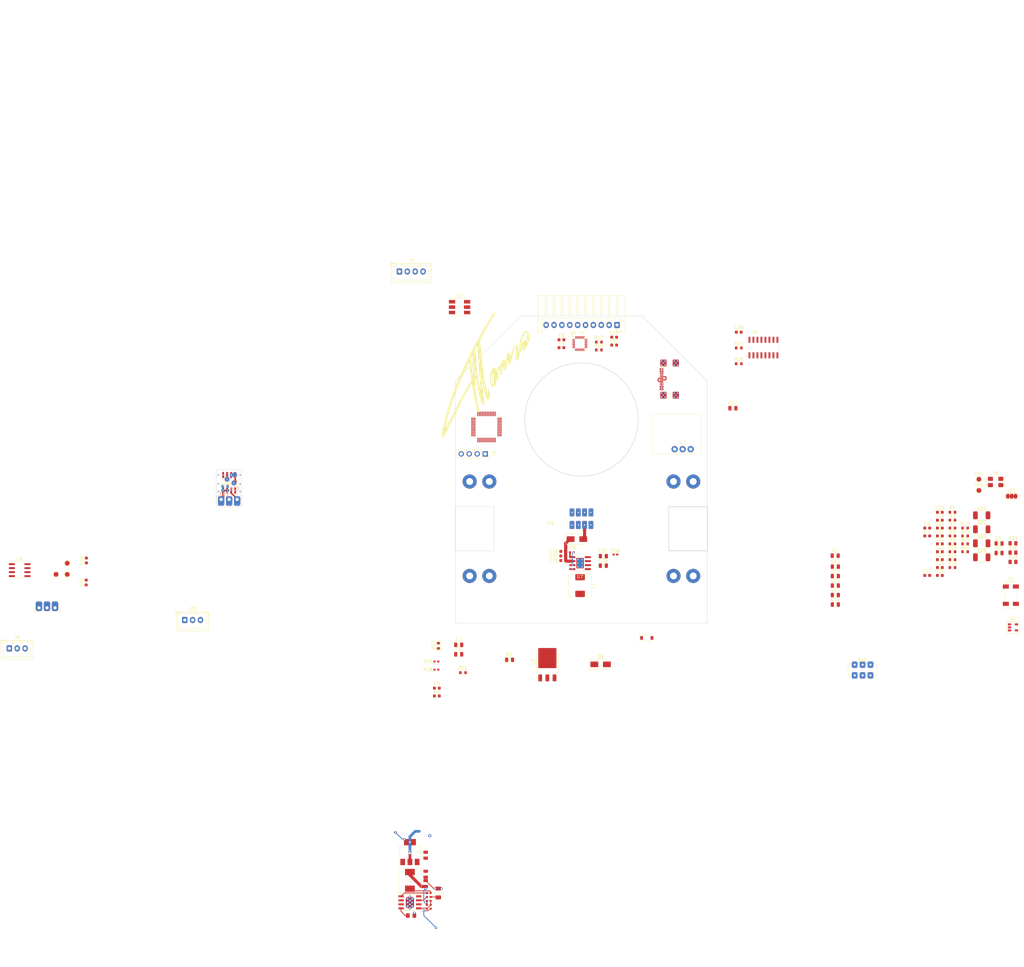
<source format=kicad_pcb>
(kicad_pcb (version 20241229) (generator "pcbnew") (generator_version "9.0")
  (layers (0 "F.Cu" signal) (2 "B.Cu" signal) (13 "F.Paste" user) (15 "B.Paste" user) (5 "F.SilkS" user "F.Silkscreen") (7 "B.SilkS" user "B.Silkscreen") (1 "F.Mask" user) (3 "B.Mask" user) (25 "Edge.Cuts" user))
  (net 0 "")
  (net 1 "+3.3V")
  (net 2 "GND")
  (net 3 "+5V")
  (net 4 "Net-(U4-REGOUT)")
  (net 5 "Net-(U4-CPOUT)")
  (net 6 "/NRST")
  (net 7 "/OSC_IN")
  (net 8 "/OSC_OUT")
  (net 9 "/RCC_IN")
  (net 10 "/RCC_OUT")
  (net 11 "/CN3903/Vsw")
  (net 12 "Net-(U7-SW)")
  (net 13 "Net-(U7-BST)")
  (net 14 "Net-(U7-FB)")
  (net 15 "+3.3V_ENC1")
  (net 16 "Net-(D1-K)")
  (net 17 "Net-(D2-K)")
  (net 18 "Net-(D7-GK)")
  (net 19 "Net-(D7-RK)")
  (net 20 "Net-(D7-BK)")
  (net 21 "/VM")
  (net 22 "/Vb")
  (net 23 "Net-(D9-K)")
  (net 24 "/CH340C/VbusC")
  (net 25 "/ESC_M1")
  (net 26 "/ESC_M3")
  (net 27 "/ESC_M2")
  (net 28 "/Curr")
  (net 29 "/ESC_M4")
  (net 30 "/SWCLK")
  (net 31 "/SWDIO")
  (net 32 "/Data_2aux")
  (net 33 "/Data_SIG")
  (net 34 "/Data_S0")
  (net 35 "/Data_S3")
  (net 36 "/Data_S2")
  (net 37 "/Data_1aux")
  (net 38 "/Data_EN")
  (net 39 "/Data_S1")
  (net 41 "/CH340C/D+")
  (net 42 "/CH340C/CC1")
  (net 43 "/CH340C/CC2")
  (net 44 "/CH340C/D-")
  (net 46 "Net-(J5-Pin_4)")
  (net 47 "/LED_1")
  (net 48 "/LED_2")
  (net 49 "/PUSH_1")
  (net 50 "/PUSH_2")
  (net 51 "/RGB_B")
  (net 52 "/RGB_G")
  (net 53 "/RGB_R")
  (net 54 "/PUSH_3")
  (net 55 "Net-(U1-+)")
  (net 56 "/MPU_SCL")
  (net 57 "/MPU_SDA")
  (net 58 "Net-(U5-PB2)")
  (net 59 "Net-(SW5-B)")
  (net 60 "Net-(U5-BOOT0)")
  (net 61 "Net-(U7-EN)")
  (net 62 "/Encoders_PCB/PGO_2")
  (net 63 "/Encoders_PCB/SDA_ENC2")
  (net 64 "/Encoders_PCB/SCL_ENC2")
  (net 65 "/Encoders_PCB/PGO_1")
  (net 66 "/Encoders_PCB/SDA_ENC1")
  (net 67 "/Encoders_PCB/SCL_ENC1")
  (net 69 "/V_LiPo")
  (net 85 "/INT_MPU")
  (net 86 "/BL_TX")
  (net 87 "/IR")
  (net 88 "/BL_RX")
  (net 89 "/CH340C_TX")
  (net 90 "/CH340C_RX")
  (net 103 "/Encoders_PCB/ENC_1")
  (net 104 "/Encoders_PCB/ENC_2")
  (net 105 "Net-(DC-DC1-SW)")
  (net 106 "Net-(DC-DC1-BST)")
  (net 107 "/BATT")
  (net 108 "Net-(DC-DC1-FB)")
  (net 109 "Net-(DC-DC1-EN)")
  (net 110 "+3V3")
  (net 113 "+3.3V_ENC2")
  (footprint "Resistor_SMD:R_0402_1005Metric_Pad0.72x0.64mm_HandSolder" (layer "F.Cu") (at 57.742575 249.37391)
    (property "Reference" "R28")
    (property "Value" "60k")
  )
  (footprint "Capacitor_SMD:C_0603_1608Metric" (layer "F.Cu") (at 114.2 143.725)
    (property "Reference" "C10")
    (property "Value" "100nF" (hide yes))
  )
  (footprint "Connector_JST:JST_XH_B3B-XH-A_1x03_P2.50mm_Vertical" (layer "F.Cu") (at -77.9 242.63)
    (property "Reference" "J9")
    (property "Value" "ESC1")
  )
  (footprint "TestPoint:TestPoint_Pad_D1.5mm" (layer "F.Cu") (at -59.525 219.105)
    (property "Reference" "TP8" (hide yes))
    (property "Value" "SCL" (hide yes))
  )
  (footprint "Capacitor_SMD:C_0603_1608Metric" (layer "F.Cu") (at -53.5 221.68 90)
    (property "Reference" "C34")
    (property "Value" "100nF" (hide yes))
  )
  (footprint "MountingHole:MountingHole_2.2mm_M2" (layer "F.Cu") (at 94 219.7 180)
    (property "Reference" "H8" (hide yes))
    (property "Value" "M2" (hide yes))
  )
  (footprint "Capacitor_SMD:C_0402_1005Metric_Pad0.74x0.62mm_HandSolder" (layer "F.Cu") (at 55.325 320.35 180)
    (property "Reference" "CR5" (hide yes))
    (property "Value" "0.1uF")
  )
  (footprint "Resistor_SMD:R_0603_1608Metric" (layer "F.Cu") (at 221.65 209.4)
    (property "Reference" "R9")
    (property "Value" "1k")
  )
  (footprint "Capacitor_SMD:C_0603_1608Metric" (layer "F.Cu") (at 217.64 216.93)
    (property "Reference" "C25")
    (property "Value" "20pF")
  )
  (footprint "MountingHole:MountingHole_2.2mm_M2" (layer "F.Cu") (at 114 199.7 180)
    (property "Reference" "H2" (hide yes))
    (property "Value" "M2")
  )
  (footprint "Capacitor_SMD:C_0603_1608Metric" (layer "F.Cu") (at 217.64 199.36)
    (property "Reference" "C16")
    (property "Value" "20pF")
  )
  (footprint "Capacitor_SMD:C_0805_2012Metric" (layer "F.Cu") (at 64.825 241.49)
    (property "Reference" "C2")
    (property "Value" "10uF")
  )
  (footprint "MixLib:LED_0805_2012Metric" (layer "F.Cu") (at 236.31 209.295)
    (property "Reference" "D1")
    (property "Value" "LED_1")
  )
  (footprint "Capacitor_SMD:C_0603_1608Metric" (layer "F.Cu") (at 97.45 147.06)
    (property "Reference" "C9")
    (property "Value" "100nF" (hide yes))
  )
  (footprint "Resistor_SMD:R_0603_1608Metric" (layer "F.Cu") (at 225.66 209.4)
    (property "Reference" "R21")
    (property "Value" "10k")
  )
  (footprint "TestPoint:TestPoint_Pad_D1.5mm" (layer "F.Cu") (at 230.06 192.43)
    (property "Reference" "TP5")
    (property "Value" "3V3")
  )
  (footprint "Capacitor_SMD:C_0603_1608Metric" (layer "F.Cu") (at 97.45 144.55)
    (property "Reference" "C8")
    (property "Value" "1uF" (hide yes))
  )
  (footprint "Resistor_SMD:R_0603_1608Metric" (layer "F.Cu") (at 225.66 206.89)
    (property "Reference" "R20")
    (property "Value" "10k")
  )
  (footprint "Diode_SMD:D_SMA" (layer "F.Cu") (at 109.9 247.7)
    (property "Reference" "D3")
    (property "Value" "SS14")
  )
  (footprint "LED_SMD:LED_RGB_5050-6" (layer "F.Cu") (at 65.1 134.175)
    (property "Reference" "D7")
    (property "Value" "LED_RGB" (hide yes))
  )
  (footprint "TestPoint:TestPoint_Pad_D1.5mm" (layer "F.Cu") (at 230.06 188.88)
    (property "Reference" "TP4")
    (property "Value" "GND")
  )
  (footprint "MixLib:ESC_4in1_55A" (layer "F.Cu") (at 104 209.7 180)
    (property "Reference" "REF**" (hide yes))
    (property "Value" "ESC_4in1_55A" (hide yes))
  )
  (footprint "Capacitor_SMD:C_0805_2012Metric" (layer "F.Cu") (at 184.45 228.69)
    (property "Reference" "C18")
    (property "Value" "1uF")
  )
  (footprint "MixLib:SW_DPDT_SLIDE_THT" (layer "F.Cu") (at 193.1 249.5)
    (property "Reference" "SW5")
    (property "Value" "BOOT_SW")
  )
  (footprint "PCM_Package_TO_SOT_SMD_AKL:SOT-23-5" (layer "F.Cu") (at 240.885 235.955)
    (property "Reference" "U1")
    (property "Value" "TL071HIDBV" (hide yes))
  )
  (footprint "Capacitor_SMD:C_0805_2012Metric" (layer "F.Cu") (at 54.325 317.35 90)
    (property "Reference" "CR8" (hide yes))
    (property "Value" "0.1uF")
  )
  (footprint "Resistor_SMD:R_0402_1005Metric_Pad0.72x0.64mm_HandSolder" (layer "F.Cu") (at 57.742575 246.787244)
    (property "Reference" "R29")
    (property "Value" "45K")
  )
  (footprint "Capacitor_SMD:C_0603_1608Metric" (layer "F.Cu") (at 98.025 213.25 180)
    (property "Reference" "C37")
    (property "Value" "10uF")
  )
  (footprint "Resistor_SMD:R_0402_1005Metric_Pad0.72x0.64mm_HandSolder" (layer "F.Cu") (at 55.325 324.1)
    (property "Reference" "R30" (hide yes))
    (property "Value" "60k")
  )
  (footprint "Resistor_SMD:R_0805_2012Metric" (layer "F.Cu") (at 240.87 215.13)
    (property "Reference" "R15")
    (property "Value" ">20k")
  )
  (footprint "Package_TO_SOT_SMD:SOT-223-3_TabPin2" (layer "F.Cu") (at 49.325 307.35 90)
    (property "Reference" "U2")
    (property "Value" "LM1117MP-3.3")
  )
  (footprint "Capacitor_SMD:C_0805_2012Metric" (layer "F.Cu") (at 184.45 219.66)
    (property "Reference" "C13")
    (property "Value" "1uF")
  )
  (footprint "Resistor_SMD:R_0603_1608Metric" (layer "F.Cu") (at 221.65 199.36)
    (property "Reference" "R1")
    (property "Value" "1k")
  )
  (footprint "MixLib:pad_smd_x4" (layer "F.Cu") (at 103.8 199.375 180)
    (property "Reference" "J1" (hide yes))
    (property "Value" "ESC")
  )
  (footprint "Capacitor_SMD:C_0603_1608Metric" (layer "F.Cu") (at 57.875 255.24)
    (property "Reference" "C3")
    (property "Value" "100nF")
  )
  (footprint "Package_SO:SOIC-8_3.9x4.9mm_P1.27mm" (layer "F.Cu") (at -74.625 217.755)
    (property "Reference" "U9")
    (property "Value" "AS5600" (hide yes))
  )
  (footprint "Resistor_SMD:R_0603_1608Metric" (layer "F.Cu") (at 221.65 211.91)
    (property "Reference" "R10")
    (property "Value" "1k")
  )
  (footprint "MixLib:SW_Push_Sw-3424p_Handsolder" (layer "F.Cu") (at 230.94 209.23)
    (property "Reference" "SW3")
    (property "Value" "PUSH_3")
  )
  (footprint "Connector_JST:JST_XH_S10B-XH-A_1x10_P2.50mm_Horizontal" (layer "F.Cu") (at 115.1 139.85 180)
    (property "Reference" "J4")
    (property "Value" "Sensors" (hide yes))
  )
  (footprint "custom_footprints:SOP8_with_gnd_pad" (layer "F.Cu") (at 49.325 323.35)
    (property "Reference" "DC-DC1" (hide yes))
    (property "Value" "~" (hide yes))
  )
  (footprint "MountingHole:MountingHole_2.2mm_M2" (layer "F.Cu") (at 119.6 154.1)
    (property "Reference" "H6" (hide yes))
    (property "Value" "M2" (hide yes))
  )
  (footprint "TestPoint:TestPoint_Pad_D1.5mm" (layer "F.Cu") (at -59.525 215.555)
    (property "Reference" "TP7" (hide yes))
    (property "Value" "SDA" (hide yes))
  )
  (footprint "Capacitor_SMD:C_0805_2012Metric" (layer "F.Cu") (at 110.76 216.33)
    (property "Reference" "C38")
    (property "Value" "10uF")
  )
  (footprint "Resistor_SMD:R_0805_2012Metric" (layer "F.Cu") (at 240.87 212.18)
    (property "Reference" "R14")
    (property "Value" "100k")
  )
  (footprint "Capacitor_SMD:C_0603_1608Metric" (layer "F.Cu") (at 217.64 211.91)
    (property "Reference" "C23")
    (property "Value" "100nF")
  )
  (footprint "Capacitor_SMD:C_0603_1608Metric" (layer "F.Cu") (at 217.64 219.44)
    (property "Reference" "C26")
    (property "Value" "100nF")
  )
  (footprint "Resistor_SMD:R_0402_1005Metric_Pad0.72x0.64mm_HandSolder" (layer "F.Cu") (at 55.325 321.6)
    (property "Reference" "R29" (hide yes))
    (property "Value" "100k")
  )
  (footprint "Connector_JST:JST_XH_B3B-XH-A_1x03_P2.50mm_Vertical" (layer "F.Cu") (at -22.2 233.6)
    (property "Reference" "J10")
    (property "Value" "ESC1")
  )
  (footprint "Diode_SMD:D_1206_3216Metric" (layer "F.Cu") (at 58.325 320.35 90)
    (property "Reference" "D14" (hide yes))
    (property "Value" "D")
  )
  (footprint "Capacitor_SMD:C_0603_1608Metric" (layer "F.Cu") (at 217.64 201.87)
    (property "Reference" "C19")
    (property "Value" "20pF")
  )
  (footprint "MountingHole:MountingHole_2.2mm_M2" (layer "F.Cu") (at 120.58 139.73)
    (property "Reference" "H12" (hide yes))
    (property "Value" "M2" (hide yes))
  )
  (footprint "Inductor_SMD:L_Wuerth_HCM-7050" (layer "F.Cu") (at 103.375 222.65 -90)
    (property "Reference" "L1")
    (property "Value" "4.7uH")
  )
  (footprint "Sensor_Motion:InvenSense_QFN-24_4x4mm_P0.5mm" (layer "F.Cu") (at 103.3 145.75)
    (property "Reference" "U4")
    (property "Value" "MPU-6050" (hide yes))
  )
  (footprint "Capacitor_SMD:C_0603_1608Metric" (layer "F.Cu") (at 153.775 142.13)
    (property "Reference" "C28")
    (property "Value" "100nF")
  )
  (footprint "MountingHole:MountingHole_2.2mm_M2" (layer "F.Cu") (at 87.05 139.83)
    (property "Reference" "H11" (hide yes))
    (property "Value" "M2" (hide yes))
  )
  (footprint "Resistor_SMD:R_0603_1608Metric" (layer "F.Cu") (at 109.35 147.785)
    (property "Reference" "R18")
    (property "Value" "4.7k" (hide yes))
  )
  (footprint "Capacitor_SMD:C_0603_1608Metric" (layer "F.Cu") (at 213.63 206.89)
    (property "Reference" "C7")
    (property "Value" "1uF")
  )
  (footprint "Resistor_SMD:R_0603_1608Metric" (layer "F.Cu") (at 225.66 211.91)
    (property "Reference" "R22")
    (property "Value" "1M")
  )
  (footprint "Capacitor_SMD:C_0603_1608Metric" (layer "F.Cu") (at 217.64 204.38)
    (property "Reference" "C20")
    (property "Value" "100nF")
  )
  (footprint "Package_TO_SOT_SMD:TO-252-3_TabPin2" (layer "F.Cu") (at 92.9725 246.96 90)
    (property "Reference" "U2")
    (property "Value" "AMS1117CD-3.3")
  )
  (footprint "Capacitor_SMD:C_0805_2012Metric" (layer "F.Cu") (at 54.325 314.4 90)
    (property "Reference" "CR7" (hide yes))
    (property "Value" "0.1uF")
  )
  (footprint "Capacitor_SMD:C_0805_2012Metric" (layer "F.Cu") (at 184.4 213.17)
    (property "Reference" "C1")
    (property "Value" "1uF")
  )
  (footprint "Capacitor_SMD:C_0805_2012Metric" (layer "F.Cu") (at 184.45 222.67)
    (property "Reference" "C15")
    (property "Value" "1uF")
  )
  (footprint "Diode_SMD:D_SMA" (layer "F.Cu") (at 102.375 207.9)
    (property "Reference" "D8" (hide yes))
    (property "Value" "SS14")
  )
  (footprint "Connector_JST:JST_XH_B4B-XH-A_1x04_P2.50mm_Vertical" (layer "F.Cu") (at 46 122.85)
    (property "Reference" "J3")
    (property "Value" "SWD" (hide yes))
  )
  (footprint "Crystal:Crystal_SMD_Abracon_ABS25-4Pin_8.0x3.8mm" (layer "F.Cu") (at 240.2 225.72)
    (property "Reference" "Y2")
    (property "Value" "32.768KHz")
  )
  (footprint "Resistor_SMD:R_0603_1608Metric" (layer "F.Cu") (at 221.65 216.93)
    (property "Reference" "R12")
    (property "Value" "10k")
  )
  (footprint "Resistor_SMD:R_0603_1608Metric" (layer "F.Cu") (at 221.65 206.89)
    (property "Reference" "R8")
    (property "Value" "10k")
  )
  (footprint "MixLib:LED_0805_2012Metric" (layer "F.Cu") (at 80.83 246.27)
    (property "Reference" "D9")
    (property "Value" "LED_ON")
  )
  (footprint "Resistor_SMD:R_0603_1608Metric" (layer "F.Cu") (at 109.35 145.275)
    (property "Reference" "R17")
    (property "Value" "4.7k" (hide yes))
  )
  (footprint "Capacitor_SMD:C_0603_1608Metric" (layer "F.Cu") (at 217.64 206.89)
    (property "Reference" "C21")
    (property "Value" "100nF")
  )
  (footprint "Package_SO:SOIC-16_3.9x9.9mm_P1.27mm" (layer "F.Cu") (at 161.605 147.02 90)
    (property "Reference" "U6")
    (property "Value" "CH340C")
  )
  (footprint "Capacitor_SMD:C_0402_1005Metric_Pad0.74x0.62mm_HandSolder" (layer "F.Cu") (at 100.7325 212.1)
    (property "Reference" "C30")
    (property "Value" "100nF")
  )
  (footprint "Package_SO:SOIC-8-1EP_3.9x4.9mm_P1.27mm_EP2.41x3.3mm_ThermalVias" (layer "F.Cu") (at 103.375 215.53)
    (property "Reference" "U7")
    (property "Value" "CN3903")
  )
  (footprint "MountingHole:MountingHole_2.2mm_M2" (layer "F.Cu") (at 88 154.1)
    (property "Reference" "H5" (hide yes))
    (property "Value" "M2" (hide yes))
  )
  (footprint "Package_SO:SOIC-8_3.9x4.9mm_P1.27mm" (layer "F.Cu") (at -8.085 190 90)
    (property "Reference" "U10")
    (property "Value" "AS5600" (hide yes))
  )
  (footprint "Crystal:Crystal_SMD_5032-4Pin_5.0x3.2mm" (layer "F.Cu") (at 235.36 189.73)
    (property "Reference" "Y1")
    (property "Value" "8MHz")
  )
  (footprint "TestPoint:TestPoint_Pad_D1.5mm" (layer "F.Cu") (at -63.075 219.105)
    (property "Reference" "TP6" (hide yes))
    (property "Value" "PGO_1" (hide yes))
  )
  (footprint "MixLib:SW_Push_Sw-3424p_Handsolder" (layer "F.Cu") (at 230.94 204.78)
    (property "Reference" "SW2")
    (property "Value" "PUSH_2")
  )
  (footprint "Capacitor_SMD:C_0603_1608Metric" (layer "F.Cu") (at 114.2 146.235)
    (property "Reference" "C11")
    (property "Value" "2.2nF" (hide yes))
  )
  (footprint "Capacitor_SMD:C_0603_1608Metric" (layer "F.Cu") (at 217.64 214.42)
    (property "Reference" "C24")
    (property "Value" "100nF")
  )
  (footprint "Capacitor_SMD:C_0805_2012Metric" (layer "F.Cu") (at 184.45 216.65)
    (property "Reference" "C12")
    (property "Value" "1uF")
  )
  (footprint "Capacitor_SMD:C_0805_2012Metric" (layer "F.Cu") (at 64.825 244.5)
    (property "Reference" "C5")
    (property "Value" "10uF")
  )
  (footprint "Capacitor_SMD:C_0805_2012Metric" (layer "F.Cu") (at 184.45 225.68)
    (property "Reference" "C17")
    (property "Value" "1uF")
  )
  (footprint "MixLib:LED_0805_2012Metric" (layer "F.Cu") (at 236.31 212.335)
    (property "Reference" "D2")
    (property "Value" "LED_2")
  )
  (footprint "Resistor_SMD:R_0603_1608Metric" (layer "F.Cu") (at 221.65 204.38)
    (property "Reference" "R7")
    (property "Value" "10k")
  )
  (footprint "Diode_SMD:D_SOD-123" (layer "F.Cu") (at 124.55 239.3)
    (property "Reference" "D10" (hide yes))
    (property "Value" "SS14")
  )
  (footprint "" (layer "F.Cu") (at 54.7575 320.35)
    (property "Reference" "")
    (property "Value" "")
  )
  (footprint "Package_QFP:LQFP-48_7x7mm_P0.5mm" (layer "F.Cu") (at 73.6375 172.25 -90)
    (property "Reference" "U5" (hide yes))
    (property "Value" "STM32F103C8Tx" (hide yes))
  )
  (footprint "PCM_Resistor_SMD_AKL:R_0603_1608Metric" (layer "F.Cu") (at 58.372575 241.80391 -90)
    (property "Reference" "R27")
    (property "Value" "100k" (hide yes))
  )
  (footprint "Resistor_SMD:R_0603_1608Metric" (layer "F.Cu") (at 66.17 250.335)
    (property "Reference" "R16")
    (property "Value" "1k")
  )
  (footprint "Capacitor_SMD:C_0603_1608Metric" (layer "F.Cu") (at 213.63 219.44)
    (property "Reference" "C14")
    (property "Value" "100nF")
  )
  (footprint "MountingHole:MountingHole_2.2mm_M2" (layer "F.Cu") (at 88 185.7)
    (property "Reference" "H9" (hide yes))
    (property "Value" "M2" (hide yes))
  )
  (footprint "MixLib:pad_smd_x4" (layer "F.Cu") (at 103.8 203.35 180)
    (property "Reference" "J2" (hide yes))
    (property "Value" "ESC_M")
  )
  (footprint "Capacitor_SMD:C_0805_2012Metric" (layer "F.Cu") (at 54.325 308.35 -90)
    (property "Reference" "CR10" (hide yes))
    (property "Value" "10uF")
  )
  (footprint "Capacitor_SMD:C_0603_1608Metric" (layer "F.Cu") (at 57.875 257.75)
    (property "Reference" "C4")
    (property "Value" "100nF")
  )
  (footprint "Connector_PinSocket_2.54mm:PinSocket_1x04_P2.54mm_Vertical" (layer "F.Cu") (at 73.25 180.815 -90)
    (property "Reference" "J5")
    (property "Value" "HC05")
  )
  (footprint "Capacitor_SMD:C_0805_2012Metric" (layer "F.Cu") (at 151.9 166.3)
    (property "Reference" "C27")
    (property "Value" "1uF")
  )
  (footprint "Resistor_SMD:R_0402_1005Metric_Pad0.72x0.64mm_HandSolder" (layer "F.Cu") (at 55.325 325.35 180)
    (property "Reference" "R28" (hide yes))
    (property "Value" "45K")
  )
  (footprint "MixLib:JSumo_Microstart" (layer "F.Cu") (at 141.95 185.325)
    (property "Reference" "U3")
    (property "Value" "VL1838")
  )
  (footprint "Capacitor_SMD:C_0603_1608Metric" (layer "F.Cu") (at 98.025 211.8 180)
    (property "Reference" "C36")
    (property "Value" "10uF")
  )
  (footprint "Resistor_SMD:R_0603_1608Metric" (layer "F.Cu") (at 225.66 204.38)
    (property "Reference" "R19")
    (property "Value" "10k")
  )
  (footprint "MixLib:SW_Push_Sw-3424p_Handsolder" (layer "F.Cu") (at 230.94 213.68)
    (property "Reference" "SW6")
    (property "Value" "PUSH_3")
  )
  (footprint "Inductor_SMD:L_Wuerth_HCM-7050" (layer "F.Cu") (at 49.325 316.35 90)
    (property "Reference" "L1")
    (property "Value" "L")
  )
  (footprint "MixLib:SW_Push_Sw-3424p_Handsolder" (layer "F.Cu") (at 230.94 200.33)
    (property "Reference" "SW1")
    (property "Value" "PUSH_1")
  )
  (footprint "Jumper:SolderJumper-3_P1.3mm_Bridged123_RoundedPad1.0x1.5mm" (layer "F.Cu") (at 240.45 194.27)
    (property "Reference" "JP1")
    (property "Value" "BL_PW")
  )
  (footprint "MixLib:PinHeader_1x03_P2.54-SMD,THT,2-layers" (layer "F.Cu") (at -65.95 229.03)
    (property "Reference" "J8" (hide yes))
    (property "Value" "ESC1")
  )
  (footprint "Capacitor_SMD:C_0805_2012Metric" (layer "F.Cu") (at 110.76 213.32)
    (property "Reference" "C31")
    (property "Value" "10uF")
  )
  (footprint "Resistor_SMD:R_0805_2012Metric" (layer "F.Cu") (at 240.87 209.23)
    (property "Reference" "R13")
    (property "Value" "330k")
  )
  (footprint "Resistor_SMD:R_0603_1608Metric" (layer "F.Cu") (at 153.775 147.15)
    (property "Reference" "R24")
    (property "Value" "5.1k")
  )
  (footprint "MixLib:PinHeader_1x03_P2.54-SMD,THT,2-layers" (layer "F.Cu") (at -8.1 196 180)
    (property "Reference" "J7")
    (property "Value" "ESC1")
  )
  (footprint "MixLib:AlonsoSignatureBlack" (layer "F.Cu") (at 69.211593 155.448521)
    (property "Reference" "G***" (hide yes))
    (property "Value" "LOGO" (hide yes))
  )
  (footprint "MixLib:Alonso_Redu_1404_23.5mm" (layer "F.Cu") (at 79.55 204.6)
    (property "Reference" "REF**" (hide yes))
    (property "Value" "Alonso_Redu_1404_23.5mm" (hide yes))
    (fp_rect (start -15.75 -7.005355) (end -3.5 7.005355) (stroke (width 0.1)) (fill no) (layer "Edge.Cuts"))
  )
  (footprint "Capacitor_SMD:C_0603_1608Metric" (layer "F.Cu") (at 98.025 214.705 180)
    (property "Reference" "C29")
    (property "Value" "100nF")
  )
  (footprint "Capacitor_SMD:C_0402_1005Metric_Pad0.74x0.62mm_HandSolder" (layer "F.Cu") (at 55.325 322.85)
    (property "Reference" "CR9" (hide yes))
    (property "Value" "0.1uF")
  )
  (footprint "Capacitor_SMD:C_0805_2012Metric_Pad1.18x1.45mm_HandSolder" (layer "F.Cu") (at 49.7 327.525)
    (property "Reference" "CR6" (hide yes))
    (property "Value" "0.1uF")
  )
  (footprint "MountingHole:MountingHole_2.2mm_M2" (layer "F.Cu") (at 94 199.7 180)
    (property "Reference" "H3")
    (property "Value" "M2")
  )
  (footprint "Capacitor_SMD:C_0603_1608Metric" (layer "F.Cu") (at 217.64 209.4)
    (property "Reference" "C22")
    (property "Value" "20pF")
  )
  (footprint "Capacitor_SMD:C_0603_1608Metric" (layer "F.Cu") (at 213.63 204.38)
    (property "Reference" "C6")
    (property "Value" "100nF")
  )
  (footprint "Resistor_SMD:R_0603_1608Metric" (layer "F.Cu") (at 221.65 214.42)
    (property "Reference" "R11")
    (property "Value" "1k")
  )
  (footprint "Capacitor_SMD:C_0402_1005Metric_Pad0.74x0.62mm_HandSolder" (layer "F.Cu") (at 114.6 212.8)
    (property "Reference" "C39")
    (property "Value" "100nF")
  )
  (footprint "MixLib:Alonso_Redu_1404_23.5mm" (layer "F.Cu") (at 128.05 204.6 180)
    (property "Reference" "REF**" (hide yes))
    (property "Value" "Alonso_Redu_1404_23.5mm" (hide yes))
    (fp_rect (start -15.75 -7.005355) (end -3.5 7.005355) (stroke (width 0.1)) (fill no) (layer "Edge.Cuts"))
  )
  (footprint "Connector_USB:USB_C_Receptacle_GCT_USB4110" (layer "F.Cu") (at 132.95 157.05 90)
    (property "Reference" "J6")
    (property "Value" "USB_C_Receptacle_USB2.0_16P" (hide yes))
  )
  (footprint "MountingHole:MountingHole_2.2mm_M2" (layer "F.Cu") (at 119.6 185.7)
    (property "Reference" "H4" (hide yes))
    (property "Value" "M2")
  )
  (footprint "MountingHole:MountingHole_2.2mm_M2" (layer "F.Cu") (at 114 219.7 180)
    (property "Reference" "H1" (hide yes))
    (property "Value" "M2")
  )
  (footprint "Resistor_SMD:R_0603_1608Metric" (layer "F.Cu") (at 153.775 152.17)
    (property "Reference" "R26")
    (property "Value" "5.1k")
  )
  (footprint "Capacitor_SMD:C_0603_1608Metric" (layer "F.Cu") (at -53.45 214.68 90)
    (property "Reference" "C32")
    (property "Value" "1uF" (hide yes))
  )
  (footprint "Resistor_SMD:R_0603_1608Metric" (layer "F.Cu") (at 221.65 201.87)
    (property "Reference" "R2")
    (property "Value" "1k")
  )
  (footprint "Capacitor_SMD:C_0603_1608Metric" (layer "B.Cu") (at -9.35 192.45)
    (property "Reference" "C35")
    (property "Value" "100nF" (hide yes))
  )
  (footprint "TestPoint:TestPoint_Pad_D1.5mm" (layer "B.Cu") (at -6.55 190.05 180)
    (property "Reference" "TP1" (hide yes))
    (property "Value" "PGO_1" (hide yes))
  )
  (footprint "TestPoint:TestPoint_Pad_D1.5mm" (layer "B.Cu") (at -8.75 188.85 180)
    (property "Reference" "TP3" (hide yes))
    (property "Value" "SCL" (hide yes))
  )
  (footprint "TestPoint:TestPoint_Pad_D1.5mm" (layer "B.Cu") (at -6.35 187.45 180)
    (property "Reference" "TP2" (hide yes))
    (property "Value" "SDA" (hide yes))
  )
  (footprint "Capacitor_SMD:C_0603_1608Metric" (layer "B.Cu") (at -9.35 191.05)
    (property "Reference" "C33")
    (property "Value" "1uF" (hide yes))
  )
  (gr_circle (center 103.8 169.9) (end 121.8 169.9) (stroke (width 0.15)) (fill no) (layer "Edge.Cuts"))
  (gr_line (start 143.8 234.6) (end 143.8 157.7) (stroke (width 0.1)) (layer "Edge.Cuts"))
  (gr_line (start 84.5 137) (end 123.1 137) (stroke (width 0.1)) (layer "Edge.Cuts"))
  (gr_line (start 63.8 234.6) (end 143.8 234.6) (stroke (width 0.1)) (layer "Edge.Cuts"))
  (gr_rect (start 131.55 197.594645) (end 143.8 211.605355) (stroke (width 0.15)) (fill no) (layer "Edge.Cuts"))
  (gr_rect (start -12.15 185.85) (end -4.05 197.65) (stroke (width 0.1)) (fill no) (layer "Edge.Cuts"))
  (gr_line (start 63.8 157.7) (end 63.8 234.6) (stroke (width 0.1)) (layer "Edge.Cuts"))
  (gr_line (start 123.1 137) (end 143.8 157.7) (stroke (width 0.1)) (layer "Edge.Cuts"))
  (gr_line (start 84.5 137) (end 63.8 157.7) (stroke (width 0.1)) (layer "Edge.Cuts"))
  (segment (start 46.519 326.194) (end 46.519 325.2296) (width 0.25) (layer "F.Cu") (net 2))
  (segment (start 55.9225 325.35) (end 55.9225 325.202828) (width 0.25) (layer "F.Cu") (net 2))
  (segment (start 56.875 318.95) (end 54.325 316.4) (width 0.25) (layer "F.Cu") (net 2))
  (segment (start 58.325 318.95) (end 59.325 318.95) (width 0.25) (layer "F.Cu") (net 2))
  (segment (start 55.9225 325.202828) (end 55.130328 325.995) (width 0.25) (layer "F.Cu") (net 2))
  (segment (start 55.130328 325.995) (end 53.77 325.995) (width 0.25) (layer "F.Cu") (net 2))
  (segment (start 47.85 327.525) (end 48.05 327.525) (width 0.25) (layer "F.Cu") (net 2))
  (segment (start 53.77 325.995) (end 53.725 325.95) (width 0.25) (layer "F.Cu") (net 2))
  (segment (start 57.325 318.95) (end 56.875 318.95) (width 0.25) (layer "F.Cu") (net 2))
  (segment (start 47.85 327.525) (end 46.519 326.194) (width 0.25) (layer "F.Cu") (net 2))
  (via (at 57.575 331.35) (size 0.8) (drill 0.4) (layers "F.Cu" "B.Cu") (net 2))
  (via (at 133.26 151.325) (size 0.6) (drill 0.3) (layers "F.Cu" "B.Cu") (net 2))
  (via (at -6.295 192.45) (size 0.45) (drill 0.3) (layers "F.Cu" "B.Cu") (net 2))
  (via (at 134.36 152.625) (size 0.6) (drill 0.3) (layers "F.Cu" "B.Cu") (net 2))
  (via (at -11.55 190.35) (size 0.45) (drill 0.3) (layers "F.Cu" "B.Cu") (net 2))
  (via (at 133.775 151.94) (size 0.6) (drill 0.3) (layers "F.Cu" "B.Cu") (net 2))
  (via (at 129.26 152.625) (size 0.6) (drill 0.3) (layers "F.Cu" "B.Cu") (net 2))
  (via (at 57.325 318.95) (size 0.8) (drill 0.4) (layers "F.Cu" "B.Cu") (net 2))
  (via (at 129.76 162.125) (size 0.6) (drill 0.3) (layers "F.Cu" "B.Cu") (net 2))
  (via (at 129.245 161.49) (size 0.6) (drill 0.3) (layers "F.Cu" "B.Cu") (net 2))
  (via (at 129.27 153.85) (size 0.6) (drill 0.3) (layers "F.Cu" "B.Cu") (net 2))
  (via (at -10.105 187.525) (size 0.45) (drill 0.3) (layers "F.Cu" "B.Cu") (net 2))
  (via (at 134.36 161.525) (size 0.6) (drill 0.3) (layers "F.Cu" "B.Cu") (net 2))
  (via (at 134.36 162.825) (size 0.6) (drill 0.3) (layers "F.Cu" "B.Cu") (net 2))
  (via (at 133.26 152.625) (size 0.6) (drill 0.3) (layers "F.Cu" "B.Cu") (net 2))
  (via (at 133.775 162.16) (size 0.6) (drill 0.3) (layers "F.Cu" "B.Cu") (net 2))
  (via (at 133.26 161.525) (size 0.6) (drill 0.3) (layers "F.Cu" "B.Cu") (net 2))
  (via (at 129.845 151.94) (size 0.6) (drill 0.3) (layers "F.Cu" "B.Cu") (net 2))
  (via (at 133.26 162.825) (size 0.6) (drill 0.3) (layers "F.Cu" "B.Cu") (net 2))
  (via (at 130.345 161.49) (size 0.6) (drill 0.3) (layers "F.Cu" "B.Cu") (net 2))
  (via (at -11.55 192.75) (size 0.45) (drill 0.3) (layers "F.Cu" "B.Cu") (net 2))
  (via (at -4.55 187.55) (size 0.45) (drill 0.3) (layers "F.Cu" "B.Cu") (net 2))
  (via (at 134.36 151.325) (size 0.6) (drill 0.3) (layers "F.Cu" "B.Cu") (net 2))
  (via (at 129.245 162.79) (size 0.6) (drill 0.3) (layers "F.Cu" "B.Cu") (net 2))
  (via (at 130.36 152.625) (size 0.6) (drill 0.3) (layers "F.Cu" "B.Cu") (net 2))
  (via (at -11.55 187.55) (size 0.45) (drill 0.3) (layers "F.Cu" "B.Cu") (net 2))
  (via (at 53.725 325.95) (size 0.8) (drill 0.4) (layers "F.Cu" "B.Cu") (net 2))
  (via (at -4.55 190.35) (size 0.45) (drill 0.3) (layers "F.Cu" "B.Cu") (net 2))
  (via (at 100.9 217.435) (size 0.6) (drill 0.3) (layers "F.Cu" "B.Cu") (net 2))
  (via (at 129.26 151.325) (size 0.6) (drill 0.3) (layers "F.Cu" "B.Cu") (net 2))
  (via (at -4.55 192.75) (size 0.45) (drill 0.3) (layers "F.Cu" "B.Cu") (net 2))
  (via (at 130.345 162.79) (size 0.6) (drill 0.3) (layers "F.Cu" "B.Cu") (net 2))
  (via (at 130.36 151.325) (size 0.6) (drill 0.3) (layers "F.Cu" "B.Cu") (net 2))
  (via (at 59.325 318.95) (size 0.8) (drill 0.4) (layers "F.Cu" "B.Cu") (net 2))
  (via (at 129.27 160.25) (size 0.6) (drill 0.3) (layers "F.Cu" "B.Cu") (net 2))
  (segment (start 53.725 325.95) (end 53.725 327.5) (width 0.25) (layer "B.Cu") (net 2))
  (segment (start 53.725 327.5) (end 57.575 331.35) (width 0.25) (layer "B.Cu") (net 2))
  (segment (start 54.325 318.3) (end 52.975 318.3) (width 1) (layer "F.Cu") (net 3))
  (segment (start 54.7275 323.8525) (end 54.325 323.45) (width 0.25) (layer "F.Cu") (net 3))
  (segment (start 49.325 314.65) (end 49.325 313.7) (width 1) (layer "F.Cu") (net 3))
  (segment (start 52.975 318.3) (end 49.325 314.65) (width 1) (layer "F.Cu") (net 3))
  (segment (start 54.7275 324.1) (end 54.7275 323.8525) (width 0.25) (layer "F.Cu") (net 3))
  (segment (start 54.325 318.95) (end 54.325 318.3) (width 0.25) (layer "F.Cu") (net 3))
  (segment (start 54.7275 322.88) (end 54.7575 322.85) (width 0.25) (layer "F.Cu") (net 3))
  (segment (start 54.7275 324.1) (end 54.7275 322.88) (width 0.25) (layer "F.Cu") (net 3))
  (via (at 54.325 323.45) (size 0.8) (drill 0.4) (layers "F.Cu" "B.Cu") (net 3))
  (via (at 54.325 318.95) (size 0.8) (drill 0.4) (layers "F.Cu" "B.Cu") (net 3))
  (segment (start 54.325 323.45) (end 53.725 322.85) (width 0.25) (layer "B.Cu") (net 3))
  (segment (start 53.725 319.55) (end 54.325 318.95) (width 0.25) (layer "B.Cu") (net 3))
  (segment (start 53.725 322.85) (end 53.725 319.95) (width 0.25) (layer "B.Cu") (net 3))
  (segment (start 53.725 319.95) (end 53.725 319.55) (width 0.25) (layer "B.Cu") (net 3))
  (via (at 100.9 216.165) (size 0.6) (drill 0.3) (layers "F.Cu" "B.Cu") (net 12))
  (via (at 101.3 212.1) (size 0.6) (drill 0.3) (layers "F.Cu" "B.Cu") (net 12))
  (segment (start 100.9 212.5) (end 100.9 216.165) (width 0.25) (layer "B.Cu") (net 12))
  (segment (start 101.3 212.1) (end 100.9 212.5) (width 0.25) (layer "B.Cu") (net 12))
  (segment (start 100.9 213.625) (end 100.165 213.625) (width 0.5) (layer "F.Cu") (net 13))
  (segment (start 100.165 213.625) (end 100.165 212.1) (width 0.5) (layer "F.Cu") (net 13))
  (segment (start 104.8 207.475) (end 104.375 207.9) (width 1) (layer "F.Cu") (net 21))
  (segment (start 104.8 203.4) (end 104.8 207.475) (width 1) (layer "F.Cu") (net 21))
  (segment (start 98.99 214.895) (end 98.8 214.705) (width 1) (layer "F.Cu") (net 22))
  (segment (start 100.9 214.895) (end 98.99 214.895) (width 1) (layer "F.Cu") (net 22))
  (segment (start 98.8 214.705) (end 98.8 211.8) (width 1) (layer "F.Cu") (net 22))
  (segment (start 100.375 207.9) (end 100.1 207.9) (width 1) (layer "F.Cu") (net 22))
  (segment (start 100.1 207.9) (end 98.8 209.2) (width 1) (layer "F.Cu") (net 22))
  (segment (start 98.8 209.2) (end 98.8 211.8) (width 1) (layer "F.Cu") (net 22))
  (via (at 129.27 159.45) (size 0.6) (drill 0.3) (layers "F.Cu" "B.Cu") (net 24))
  (via (at 129.27 154.65) (size 0.6) (drill 0.3) (layers "F.Cu" "B.Cu") (net 24))
  (segment (start 130.535 156.3) (end 129.27 156.3) (width 0.3) (layer "F.Cu") (net 41))
  (segment (start 130.485 157.3) (end 130.66 157.125) (width 0.3) (layer "F.Cu") (net 41))
  (segment (start 130.66 157.125) (end 130.66 156.425) (width 0.3) (layer "F.Cu") (net 41))
  (segment (start 130.66 156.425) (end 130.535 156.3) (width 0.3) (layer "F.Cu") (net 41))
  (segment (start 129.27 157.3) (end 130.485 157.3) (width 0.3) (layer "F.Cu") (net 41))
  (segment (start 128.16 157.025) (end 128.16 157.575) (width 0.3) (layer "F.Cu") (net 44))
  (segment (start 128.385 156.8) (end 128.16 157.025) (width 0.3) (layer "F.Cu") (net 44))
  (segment (start 128.16 157.575) (end 128.385 157.8) (width 0.3) (layer "F.Cu") (net 44))
  (segment (start 128.385 157.8) (end 129.27 157.8) (width 0.3) (layer "F.Cu") (net 44))
  (segment (start 129.27 156.8) (end 128.385 156.8) (width 0.3) (layer "F.Cu") (net 44))
  (segment (start -6.2 189.7) (end -6.55 190.05) (width 1) (layer "F.Cu") (net 62))
  (segment (start -6.18 189.43) (end -6.2 189.45) (width 0.5) (layer "F.Cu") (net 62))
  (segment (start -6.18 187.64) (end -6.18 189.43) (width 0.5) (layer "F.Cu") (net 62))
  (segment (start -6.2 189.45) (end -6.2 189.7) (width 1) (layer "F.Cu") (net 62))
  (via (at -6.55 190.05) (size 0.45) (drill 0.3) (layers "F.Cu" "B.Cu") (net 62))
  (via (at -7.45 187.525) (size 0.45) (drill 0.3) (layers "F.Cu" "B.Cu") (net 63))
  (segment (start -7.45 187.525) (end -6.425 187.525) (width 1) (layer "B.Cu") (net 63))
  (segment (start -6.425 187.525) (end -6.35 187.45) (width 1) (layer "B.Cu") (net 63))
  (segment (start -8.75 188.85) (end -8.75 187.555) (width 0.7) (layer "F.Cu") (net 64))
  (segment (start -8.75 187.555) (end -8.72 187.525) (width 0.5) (layer "F.Cu") (net 64))
  (via (at -8.75 188.85) (size 0.45) (drill 0.3) (layers "F.Cu" "B.Cu") (net 64))
  (segment (start -5.56 195.14) (end -5.56 195.8) (width 0.5) (layer "F.Cu") (net 104))
  (segment (start -7.45 192.475) (end -7.45 193.25) (width 0.5) (layer "F.Cu") (net 104))
  (segment (start -7.45 193.25) (end -5.56 195.14) (width 0.5) (layer "F.Cu") (net 104))
  (segment (start 55.65 319.675) (end 55.8925 319.9175) (width 0.25) (layer "F.Cu") (net 105))
  (segment (start 50 319.675) (end 55.65 319.675) (width 0.25) (layer "F.Cu") (net 105))
  (segment (start 55.8925 319.9175) (end 55.8925 320.35) (width 0.25) (layer "F.Cu") (net 105))
  (segment (start 49.325 319) (end 50 319.675) (width 0.25) (layer "F.Cu") (net 105))
  (segment (start 47.57 320.35) (end 46.525 321.395) (width 0.25) (layer "F.Cu") (net 106))
  (segment (start 54.7575 320.35) (end 47.57 320.35) (width 0.25) (layer "F.Cu") (net 106))
  (segment (start 58.175 321.6) (end 58.325 321.75) (width 0.25) (layer "F.Cu") (net 107))
  (segment (start 55.9225 321.6) (end 58.175 321.6) (width 0.25) (layer "F.Cu") (net 107))
  (via (at 50.75 326.725) (size 0.8) (drill 0.4) (layers "F.Cu" "B.Cu") (net 107))
  (segment (start 55.9225 322.88) (end 55.8925 322.85) (width 0.25) (layer "F.Cu") (net 108))
  (segment (start 55.9225 324.1) (end 55.9225 322.88) (width 0.25) (layer "F.Cu") (net 108))
  (segment (start 55.9225 324.1) (end 55.9225 324.155) (width 0.25) (layer "F.Cu") (net 108))
  (segment (start 54.5825 325.205) (end 54.7275 325.35) (width 0.25) (layer "F.Cu") (net 108))
  (segment (start 55.9225 324.155) (end 54.7275 325.35) (width 0.25) (layer "F.Cu") (net 108))
  (segment (start 52.125 325.205) (end 54.5825 325.205) (width 0.25) (layer "F.Cu") (net 108))
  (segment (start 53.6625 322.665) (end 52.125 322.665) (width 0.25) (layer "F.Cu") (net 109))
  (segment (start 54.7275 321.6) (end 53.6625 322.665) (width 0.25) (layer "F.Cu") (net 109))
  (segment (start 49.325 304.2) (end 48.475 304.2) (width 0.25) (layer "F.Cu") (net 110))
  (segment (start 44.471458 301.164303) (end 44.290367 300.983212) (width 0.25) (layer "F.Cu") (net 110))
  (segment (start 49.325 310.5) (end 49.325 307.75) (width 0.85) (layer "F.Cu") (net 110))
  (segment (start 44.810697 301.164303) (end 44.471458 301.164303) (width 0.25) (layer "F.Cu") (net 110))
  (segment (start 48.475 304.2) (end 47.625 303.35) (width 0.25) (layer "F.Cu") (net 110))
  (via (at 49.325 304.2) (size 0.95) (drill 0.5) (layers "F.Cu" "B.Cu") (net 110))
  (via (at 55.625 302.15) (size 0.95) (drill 0.5) (layers "F.Cu" "B.Cu") (net 110))
  (via (at 44.810697 301.164303) (size 0.8) (drill 0.4) (layers "F.Cu" "B.Cu") (net 110))
  (via (at 47.625 303.35) (size 0.8) (drill 0.4) (layers "F.Cu" "B.Cu") (net 110))
  (via (at 49.325 307.75) (size 0.95) (drill 0.5) (layers "F.Cu" "B.Cu") (net 110))
  (segment (start 47.625 303.35) (end 47.425 303.15) (width 0.25) (layer "B.Cu") (net 110))
  (segment (start 47.425 303.15) (end 46.796394 303.15) (width 0.25) (layer "B.Cu") (net 110))
  (segment (start 46.796394 303.15) (end 44.810697 301.164303) (width 0.25) (layer "B.Cu") (net 110))
  (segment (start 49.325 302.45) (end 50.325 301.45) (width 0.85) (layer "B.Cu") (net 110))
  (segment (start 50.325 301.45) (end 51.025 300.75) (width 0.85) (layer "B.Cu") (net 110))
  (segment (start 51.025 300.75) (end 52.325 300.75) (width 0.85) (layer "B.Cu") (net 110))
  (segment (start 49.325 307.75) (end 49.325 305.75) (width 0.85) (layer "B.Cu") (net 110))
  (segment (start 49.325 305.75) (end 49.325 304.2) (width 0.85) (layer "B.Cu") (net 110))
  (segment (start 49.325 305.75) (end 49.325 302.45) (width 0.85) (layer "B.Cu") (net 110))
  (segment (start -8.72 192.475) (end -9.99 192.475) (width 0.5) (layer "F.Cu") (net 113))
  (segment (start -9.99 194.65) (end -9.99 192.475) (width 0.7) (layer "F.Cu") (net 113))
  (segment (start -10.64 195.8) (end -10.64 195.3) (width 0.5) (layer "F.Cu") (net 113))
  (segment (start -10.64 195.3) (end -9.99 194.65) (width 0.7) (layer "F.Cu") (net 113))
  (via (at -10.05 192.45) (size 0.45) (drill 0.3) (layers "F.Cu" "B.Cu") (net 113))
  (segment (start -10.125 192.45) (end -10.125 191.05) (width 0.5) (layer "B.Cu") (net 113))
)
</source>
